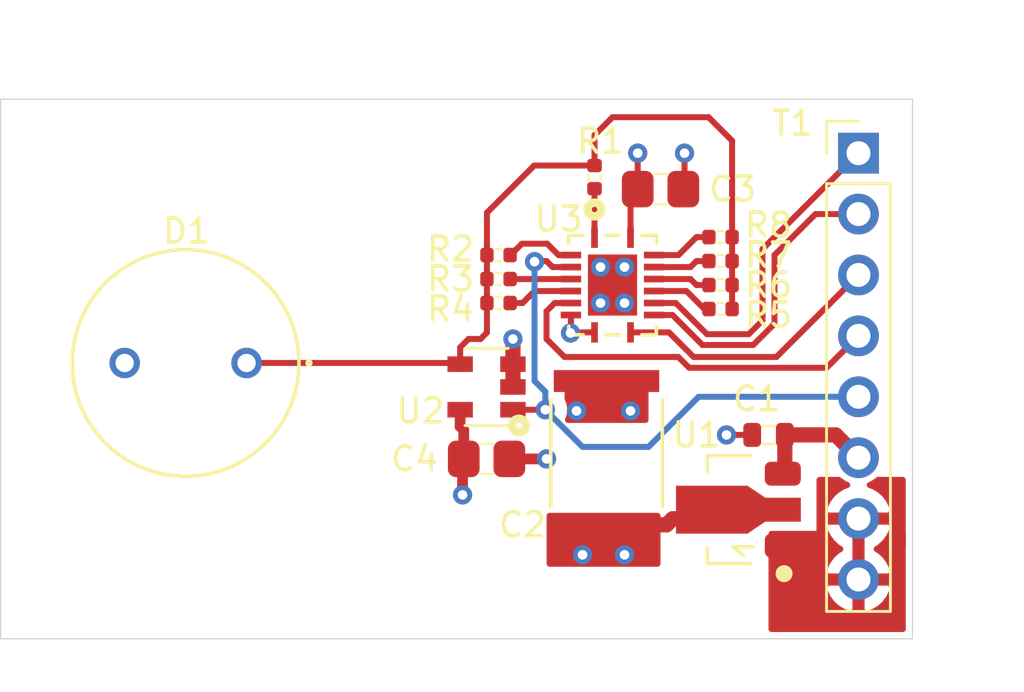
<source format=kicad_pcb>
(kicad_pcb (version 20240108) (generator "pcbnew") (generator_version "8.0")
  (layers (0 "F.Cu" signal) (1 "In1.Cu" signal) (2 "In2.Cu" signal) (31 "B.Cu" signal) (34 "B.Paste" user) (35 "F.Paste" user) (36 "B.SilkS" user "B.Silkscreen") (37 "F.SilkS" user "F.Silkscreen") (38 "B.Mask" user) (39 "F.Mask" user) (44 "Edge.Cuts" user))
  (net 0 "")
  (net 1 "GND")
  (net 2 "+5V")
  (net 3 "+3V3")
  (net 4 "/SENSOR")
  (net 5 "/10K")
  (net 6 "/17.4K")
  (net 7 "/22K")
  (net 8 "/100K")
  (net 9 "/220K")
  (net 10 "/470K")
  (net 11 "/1M")
  (net 12 "/10M")
  (net 13 "/MUX_A")
  (net 14 "/MUX_B")
  (net 15 "/MUX_C")
  (net 16 "/MUX_INH")
  (net 17 "/SENSOR_OUT")
  (footprint "AVR-KiCAD-Lib-Capacitors:C0603" (layer "F.Cu") (at 139.5 71.5 180)
    (property "Reference" "C1" (at 0.5 1.5 0) (layer "F.SilkS"))
    (property "Value" "CGA3E2X7R1H104K080AA" (hide yes))
    (fp_line (start -0.254 0.381) (end 0.254 0.381) (stroke (width 0.1)) (layer "F.SilkS"))
    (fp_line (start -0.254 -0.381) (end 0.254 -0.381) (stroke (width 0.1)) (layer "F.SilkS"))
    (pad "1" smd roundrect (at -0.68 0 180) (size 0.74 1) (layers "F.Cu" "F.Paste" "F.Mask") (net 2 "+5V"))
    (pad "2" smd roundrect (at 0.68 0 180) (size 0.74 1) (layers "F.Cu" "F.Paste" "F.Mask") (net 1 "GND"))
  )
  (footprint "AVR-KiCAD-Lib-Capacitors:ECW-U1104JC9" (layer "F.Cu") (at 132.75 72.25 90)
    (property "Reference" "C2" (at -3 -3.5 180) (layer "F.SilkS"))
    (property "Value" "ECW-U1104JC9")
    (fp_line (start 2.23245 -2.3241) (end -2.23245 -2.3241) (stroke (width 0.1524)) (layer "F.SilkS"))
    (fp_line (start -2.23245 2.3241) (end 2.23245 2.3241) (stroke (width 0.1524)) (layer "F.SilkS"))
    (pad "1" smd rect (at -2.9972 0 90) (size 0.9144 4.3942) (layers "F.Cu" "F.Paste" "F.Mask") (net 3 "+3V3"))
    (pad "2" smd rect (at 2.9972 0 90) (size 0.9144 4.3942) (layers "F.Cu" "F.Paste" "F.Mask") (net 1 "GND"))
  )
  (footprint "AVR-KiCAD-Lib-Diodes:BPW20RF" (layer "F.Cu") (at 117.75 68.5 90)
    (property "Reference" "D1" (at 5.5 -2.5 180) (layer "F.SilkS"))
    (property "Value" "BPW20RF" (hide yes))
    (fp_circle (center 0 -2.54) (end 4.7244 -2.54) (stroke (width 0.1524)) (fill none) (layer "F.SilkS"))
    (fp_circle (center 0 2.6) (end 0.0762 2.6) (stroke (width 0.1524)) (fill none) (layer "F.SilkS"))
    (pad "1" thru_hole circle (at 0 0 90) (size 1.27 1.27) (drill 0.762) (layers "*.Cu" "*.Mask") (net 4 "/SENSOR"))
    (pad "2" thru_hole circle (at 0 -5.08 90) (size 1.27 1.27) (drill 0.762) (layers "*.Cu" "*.Mask") (net 1 "GND"))
  )
  (footprint "AVR-KiCAD-Lib-Resistors:R0402" (layer "F.Cu") (at 132.25 60.75 90)
    (property "Reference" "R1" (at 1.5 0.25 180) (layer "F.SilkS"))
    (property "Value" "RC0402FR-0710KL")
    (fp_line (start -0.127 -0.254) (end 0.127 -0.254) (stroke (width 0.1)) (layer "F.SilkS"))
    (fp_line (start -0.127 0.254) (end 0.127 0.254) (stroke (width 0.1)) (layer "F.SilkS"))
    (pad "1" smd roundrect (at -0.483 0 90) (size 0.559 0.61) (layers "F.Cu" "F.Paste" "F.Mask") (net 5 "/10K"))
    (pad "2" smd roundrect (at 0.483 0 90) (size 0.559 0.61) (layers "F.Cu" "F.Paste" "F.Mask") (net 4 "/SENSOR"))
  )
  (footprint "AVR-KiCAD-Lib-Resistors:R0402" (layer "F.Cu") (at 128.25 64)
    (property "Reference" "R2" (at -2 -0.25 0) (layer "F.SilkS"))
    (property "Value" "RC0402FR-0717K4L")
    (fp_line (start -0.127 -0.254) (end 0.127 -0.254) (stroke (width 0.1)) (layer "F.SilkS"))
    (fp_line (start -0.127 0.254) (end 0.127 0.254) (stroke (width 0.1)) (layer "F.SilkS"))
    (pad "1" smd roundrect (at -0.483 0) (size 0.559 0.61) (layers "F.Cu" "F.Paste" "F.Mask") (net 4 "/SENSOR"))
    (pad "2" smd roundrect (at 0.483 0) (size 0.559 0.61) (layers "F.Cu" "F.Paste" "F.Mask") (net 6 "/17.4K"))
  )
  (footprint "AVR-KiCAD-Lib-Resistors:R0402" (layer "F.Cu") (at 128.25 65)
    (property "Reference" "R3" (at -2 0 0) (layer "F.SilkS"))
    (property "Value" "RT0402FRE0722KL")
    (fp_line (start -0.127 -0.254) (end 0.127 -0.254) (stroke (width 0.1)) (layer "F.SilkS"))
    (fp_line (start -0.127 0.254) (end 0.127 0.254) (stroke (width 0.1)) (layer "F.SilkS"))
    (pad "1" smd roundrect (at -0.483 0) (size 0.559 0.61) (layers "F.Cu" "F.Paste" "F.Mask") (net 4 "/SENSOR"))
    (pad "2" smd roundrect (at 0.483 0) (size 0.559 0.61) (layers "F.Cu" "F.Paste" "F.Mask") (net 7 "/22K"))
  )
  (footprint "AVR-KiCAD-Lib-Resistors:R0402" (layer "F.Cu") (at 128.25 66)
    (property "Reference" "R4" (at -2 0.25 0) (layer "F.SilkS"))
    (property "Value" "RC0402FR-07100KL")
    (fp_line (start -0.127 -0.254) (end 0.127 -0.254) (stroke (width 0.1)) (layer "F.SilkS"))
    (fp_line (start -0.127 0.254) (end 0.127 0.254) (stroke (width 0.1)) (layer "F.SilkS"))
    (pad "1" smd roundrect (at -0.483 0) (size 0.559 0.61) (layers "F.Cu" "F.Paste" "F.Mask") (net 4 "/SENSOR"))
    (pad "2" smd roundrect (at 0.483 0) (size 0.559 0.61) (layers "F.Cu" "F.Paste" "F.Mask") (net 8 "/100K"))
  )
  (footprint "AVR-KiCAD-Lib-Resistors:R0402" (layer "F.Cu") (at 137.5 66.25 180)
    (property "Reference" "R5" (at -2 -0.25 0) (layer "F.SilkS"))
    (property "Value" "AC0402FR-07220KL")
    (fp_line (start -0.127 0.254) (end 0.127 0.254) (stroke (width 0.1)) (layer "F.SilkS"))
    (fp_line (start -0.127 -0.254) (end 0.127 -0.254) (stroke (width 0.1)) (layer "F.SilkS"))
    (pad "1" smd roundrect (at -0.483 0 180) (size 0.559 0.61) (layers "F.Cu" "F.Paste" "F.Mask") (net 4 "/SENSOR"))
    (pad "2" smd roundrect (at 0.483 0 180) (size 0.559 0.61) (layers "F.Cu" "F.Paste" "F.Mask") (net 9 "/220K"))
  )
  (footprint "AVR-KiCAD-Lib-Resistors:R0402" (layer "F.Cu") (at 137.5 65.25 180)
    (property "Reference" "R6" (at -2 0 0) (layer "F.SilkS"))
    (property "Value" "AC0402FR-07470KL")
    (fp_line (start -0.127 0.254) (end 0.127 0.254) (stroke (width 0.1)) (layer "F.SilkS"))
    (fp_line (start -0.127 -0.254) (end 0.127 -0.254) (stroke (width 0.1)) (layer "F.SilkS"))
    (pad "1" smd roundrect (at -0.483 0 180) (size 0.559 0.61) (layers "F.Cu" "F.Paste" "F.Mask") (net 4 "/SENSOR"))
    (pad "2" smd roundrect (at 0.483 0 180) (size 0.559 0.61) (layers "F.Cu" "F.Paste" "F.Mask") (net 10 "/470K"))
  )
  (footprint "AVR-KiCAD-Lib-Resistors:R0402" (layer "F.Cu") (at 137.5 64.25 180)
    (property "Reference" "R7" (at -2 0.25 0) (layer "F.SilkS"))
    (property "Value" "RC0402FR-071ML")
    (fp_line (start -0.127 0.254) (end 0.127 0.254) (stroke (width 0.1)) (layer "F.SilkS"))
    (fp_line (start -0.127 -0.254) (end 0.127 -0.254) (stroke (width 0.1)) (layer "F.SilkS"))
    (pad "1" smd roundrect (at -0.483 0 180) (size 0.559 0.61) (layers "F.Cu" "F.Paste" "F.Mask") (net 4 "/SENSOR"))
    (pad "2" smd roundrect (at 0.483 0 180) (size 0.559 0.61) (layers "F.Cu" "F.Paste" "F.Mask") (net 11 "/1M"))
  )
  (footprint "AVR-KiCAD-Lib-Resistors:R0402" (layer "F.Cu") (at 137.5 63.25)
    (property "Reference" "R8" (at 2 -0.5 0) (layer "F.SilkS"))
    (property "Value" "RC0402FR-0710ML")
    (fp_line (start -0.127 -0.254) (end 0.127 -0.254) (stroke (width 0.1)) (layer "F.SilkS"))
    (fp_line (start -0.127 0.254) (end 0.127 0.254) (stroke (width 0.1)) (layer "F.SilkS"))
    (pad "1" smd roundrect (at -0.483 0) (size 0.559 0.61) (layers "F.Cu" "F.Paste" "F.Mask") (net 12 "/10M"))
    (pad "2" smd roundrect (at 0.483 0) (size 0.559 0.61) (layers "F.Cu" "F.Paste" "F.Mask") (net 4 "/SENSOR"))
  )
  (footprint "AVR-KiCAD-Lib-Connectors:Female_Header_Straight_1x08_Pitch2.54mm" (layer "F.Cu") (at 143.25 59.75)
    (property "Reference" "T1" (at -2.75 -1.25 0) (layer "F.SilkS"))
    (property "Value" "PPTC081LFBN-RC")
    (fp_line (start -1.33 -1.33) (end 0 -1.33) (stroke (width 0.12)) (layer "F.SilkS"))
    (fp_line (start -1.33 0) (end -1.33 -1.33) (stroke (width 0.12)) (layer "F.SilkS"))
    (fp_line (start -1.33 1.27) (end -1.33 19.11) (stroke (width 0.12)) (layer "F.SilkS"))
    (fp_line (start -1.33 1.27) (end 1.33 1.27) (stroke (width 0.12)) (layer "F.SilkS"))
    (fp_line (start -1.33 19.11) (end 1.33 19.11) (stroke (width 0.12)) (layer "F.SilkS"))
    (fp_line (start 1.33 1.27) (end 1.33 19.11) (stroke (width 0.12)) (layer "F.SilkS"))
    (pad "1" thru_hole rect (at 0 0) (size 1.7 1.7) (drill 1) (layers "*.Cu" "*.Mask") (net 13 "/MUX_A"))
    (pad "2" thru_hole oval (at 0 2.54) (size 1.7 1.7) (drill 1) (layers "*.Cu" "*.Mask") (net 14 "/MUX_B"))
    (pad "3" thru_hole oval (at 0 5.08) (size 1.7 1.7) (drill 1) (layers "*.Cu" "*.Mask") (net 15 "/MUX_C"))
    (pad "4" thru_hole oval (at 0 7.62) (size 1.7 1.7) (drill 1) (layers "*.Cu" "*.Mask") (net 16 "/MUX_INH"))
    (pad "5" thru_hole oval (at 0 10.16) (size 1.7 1.7) (drill 1) (layers "*.Cu" "*.Mask") (net 17 "/SENSOR_OUT"))
    (pad "6" thru_hole oval (at 0 12.7) (size 1.7 1.7) (drill 1) (layers "*.Cu" "*.Mask") (net 2 "+5V"))
    (pad "7" thru_hole oval (at 0 15.24) (size 1.7 1.7) (drill 1) (layers "*.Cu" "*.Mask") (net 1 "GND"))
    (pad "8" thru_hole oval (at 0 17.78) (size 1.7 1.7) (drill 1) (layers "*.Cu" "*.Mask") (net 1 "GND"))
  )
  (footprint "AVR-KiCAD-Lib-ICs:SOT_89" (layer "F.Cu") (at 138.244689 74.618395 90)
    (property "Reference" "U1" (at 3.118395 -1.744689 180) (layer "F.SilkS"))
    (property "Value" "AZ1117CR-3.3TRG1")
    (fp_line (start 2.25044 -1.30048) (end 1.6002 -1.30048) (stroke (width 0.15)) (layer "F.SilkS"))
    (fp_line (start 2.25044 -1.30048) (end 2.25044 0.50038) (stroke (width 0.15)) (layer "F.SilkS"))
    (fp_line (start -2.25044 -1.30048) (end -1.6002 -1.30048) (stroke (width 0.15)) (layer "F.SilkS"))
    (fp_line (start -2.25044 -1.30048) (end -2.25044 0.50038) (stroke (width 0.15)) (layer "F.SilkS"))
    (fp_line (start -1.5494 -0.24892) (end -1.5494 0.59944) (stroke (width 0.15)) (layer "F.SilkS"))
    (fp_line (start -1.651 -0.09906) (end -1.5494 -0.24892) (stroke (width 0.15)) (layer "F.SilkS"))
    (fp_line (start -1.89992 0.20066) (end -1.651 -0.09906) (stroke (width 0.15)) (layer "F.SilkS"))
    (fp_circle (center -2.667 1.905) (end -2.54 2.032) (stroke (width 0.35)) (fill none) (layer "F.SilkS"))
    (pad "1" smd roundrect (at -1.50114 1.85166 90) (size 1.00076 1.50114) (layers "F.Cu" "F.Paste" "F.Mask") (net 1 "GND"))
    (pad "2" smd rect (at 0 -1.09982 90) (size 1.99898 2.99974) (layers "F.Cu" "F.Paste" "F.Mask") (net 3 "+3V3"))
    (pad "2" smd trapezoid (at 0 0.7493 270) (size 1.50114 0.7493) (rect_delta 0 0.50038) (layers "F.Cu" "F.Paste" "F.Mask") (net 3 "+3V3"))
    (pad "2" smd rect (at 0 1.85166 90) (size 1.00076 1.50114) (layers "F.Cu" "F.Paste" "F.Mask") (net 3 "+3V3"))
    (pad "3" smd roundrect (at 1.50114 1.85166 90) (size 1.00076 1.50114) (layers "F.Cu" "F.Paste" "F.Mask") (net 2 "+5V"))
  )
  (footprint "AVR-KiCAD-Lib-ICs:SOT-23-5" (layer "F.Cu") (at 127.75 69.5 180)
    (property "Reference" "U2" (at 2.75 -1 0) (layer "F.SilkS"))
    (property "Value" "OPA388IDBVT")
    (fp_line (start 0.9 -1.61) (end -0.95 -1.61) (stroke (width 0.12)) (layer "F.SilkS"))
    (fp_line (start -0.9 1.61) (end 0.9 1.61) (stroke (width 0.12)) (layer "F.SilkS"))
    (fp_circle (center -1.35 -1.611803) (end -1.238197 -1.611803) (stroke (width 0.35)) (fill none) (layer "F.SilkS"))
    (pad "1" smd rect (at -1.1 -0.95 180) (size 1.06 0.65) (layers "F.Cu" "F.Paste" "F.Mask") (net 17 "/SENSOR_OUT"))
    (pad "2" smd rect (at -1.1 0 180) (size 1.06 0.65) (layers "F.Cu" "F.Paste" "F.Mask") (net 1 "GND"))
    (pad "3" smd rect (at -1.1 0.95 180) (size 1.06 0.65) (layers "F.Cu" "F.Paste" "F.Mask") (net 1 "GND"))
    (pad "4" smd rect (at 1.1 0.95 180) (size 1.06 0.65) (layers "F.Cu" "F.Paste" "F.Mask") (net 4 "/SENSOR"))
    (pad "5" smd rect (at 1.1 -0.95 180) (size 1.06 0.65) (layers "F.Cu" "F.Paste" "F.Mask") (net 3 "+3V3"))
  )
  (footprint "AVR-KiCAD-Lib-ICs:SN74LV4051ARGYR" (layer "F.Cu") (at 133 65.25)
    (property "Reference" "U3" (at -2.25 -2.75 0) (layer "F.SilkS"))
    (property "Value" "SN74LV4051ARGYR" (hide yes))
    (fp_line (start -1.825 -2.075) (end -1.825 -1.722694) (stroke (width 0.1524)) (layer "F.SilkS"))
    (fp_line (start -1.825 1.722694) (end -1.825 2.075) (stroke (width 0.1524)) (layer "F.SilkS"))
    (fp_line (start -1.825 2.075) (end -1.222695 2.075) (stroke (width 0.1524)) (layer "F.SilkS"))
    (fp_line (start -1.222695 -2.075) (end -1.825 -2.075) (stroke (width 0.1524)) (layer "F.SilkS"))
    (fp_line (start -0.277307 2.075) (end 0.277307 2.075) (stroke (width 0.1524)) (layer "F.SilkS"))
    (fp_line (start 0.277307 -2.075) (end -0.277307 -2.075) (stroke (width 0.1524)) (layer "F.SilkS"))
    (fp_line (start 1.222695 2.075) (end 1.825 2.075) (stroke (width 0.1524)) (layer "F.SilkS"))
    (fp_line (start 1.825 -2.075) (end 1.222695 -2.075) (stroke (width 0.1524)) (layer "F.SilkS"))
    (fp_line (start 1.825 -1.722694) (end 1.825 -2.075) (stroke (width 0.1524)) (layer "F.SilkS"))
    (fp_line (start 1.825 2.075) (end 1.825 1.722694) (stroke (width 0.1524)) (layer "F.SilkS"))
    (fp_circle (center -0.75 -3.15) (end -0.638197 -3.15) (stroke (width 0.35)) (fill none) (layer "F.SilkS"))
    (pad "1" smd rect (at -0.750001 -1.975) (size 0.28 0.85) (layers "F.Cu" "F.Paste" "F.Mask") (net 5 "/10K"))
    (pad "2" smd rect (at -1.732999 -1.25 90) (size 0.28 0.85) (layers "F.Cu" "F.Paste" "F.Mask") (net 6 "/17.4K"))
    (pad "3" smd rect (at -1.732999 -0.750001 90) (size 0.28 0.85) (layers "F.Cu" "F.Paste" "F.Mask") (net 17 "/SENSOR_OUT"))
    (pad "4" smd rect (at -1.732999 -0.25 90) (size 0.28 0.85) (layers "F.Cu" "F.Paste" "F.Mask") (net 7 "/22K"))
    (pad "5" smd rect (at -1.732999 0.25 90) (size 0.28 0.85) (layers "F.Cu" "F.Paste" "F.Mask") (net 8 "/100K"))
    (pad "6" smd rect (at -1.732999 0.750001 90) (size 0.28 0.85) (layers "F.Cu" "F.Paste" "F.Mask") (net 16 "/MUX_INH"))
    (pad "7" smd rect (at -1.732999 1.25 90) (size 0.28 0.85) (layers "F.Cu" "F.Paste" "F.Mask") (net 1 "GND"))
    (pad "8" smd rect (at -0.750001 1.975) (size 0.28 0.85) (layers "F.Cu" "F.Paste" "F.Mask") (net 1 "GND"))
    (pad "9" smd rect (at 0.750001 1.975) (size 0.28 0.85) (layers "F.Cu" "F.Paste" "F.Mask") (net 15 "/MUX_C"))
    (pad "10" smd rect (at 1.732999 1.25 90) (size 0.28 0.85) (layers "F.Cu" "F.Paste" "F.Mask") (net 14 "/MUX_B"))
    (pad "11" smd rect (at 1.732999 0.750001 90) (size 0.28 0.85) (layers "F.Cu" "F.Paste" "F.Mask") (net 13 "/MUX_A"))
    (pad "12" smd rect (at 1.732999 0.25 90) (size 0.28 0.85) (layers "F.Cu" "F.Paste" "F.Mask") (net 9 "/220K"))
    (pad "13" smd rect (at 1.732999 -0.25 90) (size 0.28 0.85) (layers "F.Cu" "F.Paste" "F.Mask") (net 10 "/470K"))
    (pad "14" smd rect (at 1.732999 -0.750001 90) (size 0.28 0.85) (layers "F.Cu" "F.Paste" "F.Mask") (net 11 "/1M"))
    (pad "15" smd rect (at 1.732999 -1.25 90) (size 0.28 0.85) (layers "F.Cu" "F.Paste" "F.Mask") (net 12 "/10M"))
    (pad "16" smd rect (at 0.750001 -1.975) (size 0.28 0.85) (layers "F.Cu" "F.Paste" "F.Mask") (net 3 "+3V3"))
    (pad "17" smd rect (at 0 0) (size 2.05 2.55) (layers "F.Cu" "F.Paste" "F.Mask") (net 1 "GND"))
  )
  (footprint "AVR-KiCAD-Lib-Capacitors:C0805" (layer "F.Cu") (at 135 61.25)
    (property "Reference" "C3" (at 3 0 0) (layer "F.SilkS"))
    (property "Value" "C0805C104M5RACTU" (hide yes))
    (fp_line (start -0.254 -0.635) (end 0.254 -0.635) (stroke (width 0.1)) (layer "F.SilkS"))
    (fp_line (start -0.254 0.635) (end 0.254 0.635) (stroke (width 0.1)) (layer "F.SilkS"))
    (pad "1" smd roundrect (at -0.95 0) (size 1.321 1.524) (layers "F.Cu" "F.Paste" "F.Mask") (net 3 "+3V3"))
    (pad "2" smd roundrect (at 0.95 0) (size 1.321 1.524) (layers "F.Cu" "F.Paste" "F.Mask") (net 1 "GND"))
  )
  (footprint "AVR-KiCAD-Lib-Capacitors:C0805" (layer "F.Cu") (at 127.75 72.5)
    (property "Reference" "C4" (at -3 0 0) (layer "F.SilkS"))
    (property "Value" "C0805C104M5RACTU" (hide yes))
    (fp_line (start -0.254 -0.635) (end 0.254 -0.635) (stroke (width 0.1)) (layer "F.SilkS"))
    (fp_line (start -0.254 0.635) (end 0.254 0.635) (stroke (width 0.1)) (layer "F.SilkS"))
    (pad "1" smd roundrect (at -0.95 0) (size 1.321 1.524) (layers "F.Cu" "F.Paste" "F.Mask") (net 3 "+3V3"))
    (pad "2" smd roundrect (at 0.95 0) (size 1.321 1.524) (layers "F.Cu" "F.Paste" "F.Mask") (net 1 "GND"))
  )
  (gr_line (start 145.5 80) (end 145.5 57.5) (stroke (width 0.05)) (layer "Edge.Cuts"))
  (gr_line (start 107.5 57.5) (end 107.5 80) (stroke (width 0.05)) (layer "Edge.Cuts"))
  (gr_line (start 145.5 57.5) (end 107.5 57.5) (stroke (width 0.05)) (layer "Edge.Cuts"))
  (gr_line (start 107.5 80) (end 145.5 80) (stroke (width 0.05)) (layer "Edge.Cuts"))
  (segment (start 137.75 71.5) (end 138.82 71.5) (width 0.25) (layer "F.Cu") (net 1))
  (segment (start 128.7 72.5) (end 130.25 72.5) (width 0.45) (layer "F.Cu") (net 1))
  (segment (start 136 61.2) (end 135.95 61.25) (width 0.25) (layer "F.Cu") (net 1))
  (segment (start 136 59.75) (end 136 61.2) (width 0.25) (layer "F.Cu") (net 1))
  (segment (start 131.267001 67.232999) (end 131.25 67.25) (width 0.25) (layer "F.Cu") (net 1))
  (segment (start 131.267001 66.5) (end 131.267001 67.232999) (width 0.25) (layer "F.Cu") (net 1))
  (segment (start 131.275 67.225) (end 131.25 67.25) (width 0.25) (layer "F.Cu") (net 1))
  (segment (start 128.85 69.5) (end 128.85 67.5) (width 0.635) (layer "F.Cu") (net 1))
  (segment (start 132.249999 67.225) (end 131.275 67.225) (width 0.25) (layer "F.Cu") (net 1))
  (via (at 133.5 64.5) (size 0.8) (drill 0.4) (layers "F.Cu" "B.Cu") (net 1))
  (via (at 132.5 66) (size 0.8) (drill 0.4) (layers "F.Cu" "B.Cu") (net 1))
  (via (at 137.75 71.5) (size 0.8) (drill 0.4) (layers "F.Cu" "B.Cu") (net 1))
  (via (at 128.85 67.5) (size 0.8) (drill 0.4) (layers "F.Cu" "B.Cu") (net 1))
  (via (at 133.75 70.5) (size 0.8) (drill 0.4) (layers "F.Cu" "B.Cu") (net 1))
  (via (at 131.5 70.5) (size 0.8) (drill 0.4) (layers "F.Cu" "B.Cu") (net 1))
  (via (at 131.25 67.25) (size 0.8) (drill 0.4) (layers "F.Cu" "B.Cu") (net 1))
  (via (at 130.25 72.5) (size 0.8) (drill 0.4) (layers "F.Cu" "B.Cu") (net 1))
  (via (at 133.5 66) (size 0.8) (drill 0.4) (layers "F.Cu" "B.Cu") (net 1))
  (via (at 132.5 64.5) (size 0.8) (drill 0.4) (layers "F.Cu" "B.Cu") (net 1))
  (via (at 136 59.75) (size 0.8) (drill 0.4) (layers "F.Cu" "B.Cu") (net 1))
  (segment (start 143.25 72.45) (end 142.3 71.5) (width 0.635) (layer "F.Cu") (net 2))
  (segment (start 142.3 71.5) (end 140.18 71.5) (width 0.635) (layer "F.Cu") (net 2))
  (segment (start 140.18 73.033604) (end 140.096349 73.117255) (width 0.25) (layer "F.Cu") (net 2))
  (segment (start 140.18 71.5) (end 140.18 73.033604) (width 0.635) (layer "F.Cu") (net 2))
  (segment (start 134.05 61.25) (end 134.05 61.25) (width 0.25) (layer "F.Cu") (net 3))
  (segment (start 126.8 72.5) (end 126.8 71.3) (width 0.45) (layer "F.Cu") (net 3))
  (segment (start 133 75.25) (end 135.25 75.25) (width 0.635) (layer "F.Cu") (net 3))
  (segment (start 133.750001 61.549999) (end 134.05 61.25) (width 0.25) (layer "F.Cu") (net 3))
  (segment (start 132.75 75.2472) (end 132.7528 75.25) (width 0.635) (layer "F.Cu") (net 3))
  (segment (start 134.05 59.75) (end 134.05 61.25) (width 0.25) (layer "F.Cu") (net 3))
  (segment (start 133.750001 63.275) (end 133.750001 61.549999) (width 0.25) (layer "F.Cu") (net 3))
  (segment (start 126.75 74) (end 126.75 72.55) (width 0.45) (layer "F.Cu") (net 3))
  (segment (start 135.5028 74.9972) (end 136.766064 74.9972) (width 0.635) (layer "F.Cu") (net 3))
  (segment (start 126.65 71.15) (end 126.65 70.45) (width 0.45) (layer "F.Cu") (net 3))
  (segment (start 126.8 71.3) (end 126.65 71.15) (width 0.45) (layer "F.Cu") (net 3))
  (segment (start 136.766064 74.9972) (end 137.144869 74.618395) (width 0.25) (layer "F.Cu") (net 3))
  (segment (start 126.8 72.5) (end 126.8 72.5) (width 0.25) (layer "F.Cu") (net 3))
  (segment (start 132.7528 75.25) (end 133 75.25) (width 0.635) (layer "F.Cu") (net 3))
  (segment (start 126.75 72.55) (end 126.8 72.5) (width 0.25) (layer "F.Cu") (net 3))
  (segment (start 140.096349 74.618395) (end 137.144869 74.618395) (width 0.25) (layer "F.Cu") (net 3))
  (segment (start 135.25 75.25) (end 135.5028 74.9972) (width 0.635) (layer "F.Cu") (net 3))
  (via (at 133.5 76.5) (size 0.8) (drill 0.4) (layers "F.Cu" "B.Cu") (net 3))
  (via (at 126.75 74) (size 0.8) (drill 0.4) (layers "F.Cu" "B.Cu") (net 3))
  (via (at 131.75 76.5) (size 0.8) (drill 0.4) (layers "F.Cu" "B.Cu") (net 3))
  (via (at 134.05 59.75) (size 0.8) (drill 0.4) (layers "F.Cu" "B.Cu") (net 3))
  (segment (start 137.983 64.25) (end 137.983 63.25) (width 0.25) (layer "F.Cu") (net 4))
  (segment (start 127.767 62.233) (end 129.733 60.267) (width 0.25) (layer "F.Cu") (net 4))
  (segment (start 132.25 59) (end 133 58.25) (width 0.25) (layer "F.Cu") (net 4))
  (segment (start 127.5 67.5) (end 127.767 67.233) (width 0.25) (layer "F.Cu") (net 4))
  (segment (start 137 58.25) (end 137.983 59.233) (width 0.25) (layer "F.Cu") (net 4))
  (segment (start 126.65 67.85) (end 127 67.5) (width 0.25) (layer "F.Cu") (net 4))
  (segment (start 126.65 68.55) (end 126.65 67.85) (width 0.25) (layer "F.Cu") (net 4))
  (segment (start 117.75 68.5) (end 126.6 68.5) (width 0.25) (layer "F.Cu") (net 4))
  (segment (start 137.983 59.233) (end 137.983 63.25) (width 0.25) (layer "F.Cu") (net 4))
  (segment (start 127 67.5) (end 127.5 67.5) (width 0.25) (layer "F.Cu") (net 4))
  (segment (start 133 58.25) (end 137 58.25) (width 0.25) (layer "F.Cu") (net 4))
  (segment (start 126.6 68.5) (end 126.65 68.55) (width 0.25) (layer "F.Cu") (net 4))
  (segment (start 127.767 67.233) (end 127.767 62.233) (width 0.25) (layer "F.Cu") (net 4))
  (segment (start 132.25 60.267) (end 132.25 59) (width 0.25) (layer "F.Cu") (net 4))
  (segment (start 137.983 66.25) (end 137.983 64.25) (width 0.25) (layer "F.Cu") (net 4))
  (segment (start 129.733 60.267) (end 132.25 60.267) (width 0.25) (layer "F.Cu") (net 4))
  (segment (start 132.25 61.233) (end 132.25 63.274999) (width 0.25) (layer "F.Cu") (net 5))
  (segment (start 132.25 63.274999) (end 132.249999 63.275) (width 0.25) (layer "F.Cu") (net 5))
  (segment (start 130.75 64) (end 130.274998 63.524998) (width 0.25) (layer "F.Cu") (net 6))
  (segment (start 128.75 64) (end 128.733 64) (width 0.25) (layer "F.Cu") (net 6))
  (segment (start 129.225002 63.524998) (end 128.75 64) (width 0.25) (layer "F.Cu") (net 6))
  (segment (start 131.267001 64) (end 130.75 64) (width 0.25) (layer "F.Cu") (net 6))
  (segment (start 130.274998 63.524998) (end 129.225002 63.524998) (width 0.25) (layer "F.Cu") (net 6))
  (segment (start 131.267001 65) (end 128.733 65) (width 0.25) (layer "F.Cu") (net 7))
  (segment (start 128.733 65) (end 128.983 65) (width 0.25) (layer "F.Cu") (net 7))
  (segment (start 129.75 65.5) (end 131.267001 65.5) (width 0.25) (layer "F.Cu") (net 8))
  (segment (start 128.983 66) (end 129.25 66) (width 0.25) (layer "F.Cu") (net 8))
  (segment (start 129.25 66) (end 129.75 65.5) (width 0.25) (layer "F.Cu") (net 8))
  (segment (start 134.732999 65.5) (end 136.078999 65.5) (width 0.25) (layer "F.Cu") (net 9))
  (segment (start 136.828999 66.25) (end 137.017 66.25) (width 0.25) (layer "F.Cu") (net 9))
  (segment (start 136.078999 65.5) (end 136.828999 66.25) (width 0.25) (layer "F.Cu") (net 9))
  (segment (start 134.732999 65) (end 136.25 65) (width 0.25) (layer "F.Cu") (net 10))
  (segment (start 136.5 65.25) (end 137.017 65.25) (width 0.25) (layer "F.Cu") (net 10))
  (segment (start 136.25 65) (end 136.5 65.25) (width 0.25) (layer "F.Cu") (net 10))
  (segment (start 136.5 64.25) (end 136.250001 64.499999) (width 0.25) (layer "F.Cu") (net 11))
  (segment (start 137.017 64.25) (end 136.5 64.25) (width 0.25) (layer "F.Cu") (net 11))
  (segment (start 136.250001 64.499999) (end 134.732999 64.499999) (width 0.25) (layer "F.Cu") (net 11))
  (segment (start 135.75 64) (end 134.732999 64) (width 0.25) (layer "F.Cu") (net 12))
  (segment (start 136.5 63.25) (end 135.75 64) (width 0.25) (layer "F.Cu") (net 12))
  (segment (start 137.017 63.25) (end 136.5 63.25) (width 0.25) (layer "F.Cu") (net 12))
  (segment (start 139.25 66.72718) (end 139.25 63.75) (width 0.25) (layer "F.Cu") (net 13))
  (segment (start 138.677191 67.299989) (end 139.25 66.72718) (width 0.25) (layer "F.Cu") (net 13))
  (segment (start 134.732999 66.000001) (end 135.636411 66.000001) (width 0.25) (layer "F.Cu") (net 13))
  (segment (start 136.936399 67.299989) (end 138.677191 67.299989) (width 0.25) (layer "F.Cu") (net 13))
  (segment (start 139.25 63.75) (end 143.25 59.75) (width 0.25) (layer "F.Cu") (net 13))
  (segment (start 135.636411 66.000001) (end 136.936399 67.299989) (width 0.25) (layer "F.Cu") (net 13))
  (segment (start 139.75 64) (end 141.46 62.29) (width 0.25) (layer "F.Cu") (net 14))
  (segment (start 138.86359 67.75) (end 139.75 66.86359) (width 0.25) (layer "F.Cu") (net 14))
  (segment (start 135.5 66.5) (end 136.75 67.75) (width 0.25) (layer "F.Cu") (net 14))
  (segment (start 141.46 62.29) (end 143.25 62.29) (width 0.25) (layer "F.Cu") (net 14))
  (segment (start 136.75 67.75) (end 138.86359 67.75) (width 0.25) (layer "F.Cu") (net 14))
  (segment (start 134.732999 66.5) (end 135.5 66.5) (width 0.25) (layer "F.Cu") (net 14))
  (segment (start 139.75 66.86359) (end 139.75 64) (width 0.25) (layer "F.Cu") (net 14))
  (segment (start 136.379661 68.25) (end 139.83 68.25) (width 0.25) (layer "F.Cu") (net 15))
  (segment (start 133.750001 67.225) (end 135.354661 67.225) (width 0.25) (layer "F.Cu") (net 15))
  (segment (start 139.83 68.25) (end 143.25 64.83) (width 0.25) (layer "F.Cu") (net 15))
  (segment (start 135.354661 67.225) (end 136.379661 68.25) (width 0.25) (layer "F.Cu") (net 15))
  (segment (start 131 68.25) (end 135.743251 68.25) (width 0.25) (layer "F.Cu") (net 16))
  (segment (start 135.743251 68.25) (end 136.193261 68.700011) (width 0.25) (layer "F.Cu") (net 16))
  (segment (start 131.267001 66.000001) (end 130.592001 66.000001) (width 0.25) (layer "F.Cu") (net 16))
  (segment (start 136.193261 68.700011) (end 141.919989 68.700011) (width 0.25) (layer "F.Cu") (net 16))
  (segment (start 141.919989 68.700011) (end 143.25 67.37) (width 0.25) (layer "F.Cu") (net 16))
  (segment (start 130.592001 66.000001) (end 130.25 66.342002) (width 0.25) (layer "F.Cu") (net 16))
  (segment (start 130.25 67.5) (end 131 68.25) (width 0.25) (layer "F.Cu") (net 16))
  (segment (start 130.25 66.342002) (end 130.25 67.5) (width 0.25) (layer "F.Cu") (net 16))
  (segment (start 130.2 70.45) (end 130.2 70.45) (width 0.25) (layer "F.Cu") (net 17))
  (segment (start 131.267001 64.499999) (end 130.499999 64.499999) (width 0.25) (layer "F.Cu") (net 17))
  (segment (start 130.499999 64.499999) (end 130.25 64.25) (width 0.25) (layer "F.Cu") (net 17))
  (segment (start 129.774984 64.25) (end 129.749994 64.27499) (width 0.25) (layer "F.Cu") (net 17))
  (segment (start 130.25 64.25) (end 129.774984 64.25) (width 0.25) (layer "F.Cu") (net 17))
  (segment (start 128.85 70.45) (end 130.2 70.45) (width 0.25) (layer "F.Cu") (net 17))
  (via (at 129.749994 64.27499) (size 0.8) (drill 0.4) (layers "F.Cu" "B.Cu") (net 17))
  (via (at 130.2 70.45) (size 0.8) (drill 0.4) (layers "F.Cu" "B.Cu") (net 17))
  (segment (start 136.59 69.91) (end 134.5 72) (width 0.25) (layer "B.Cu") (net 17))
  (segment (start 130.2 70.45) (end 130.2 69.7) (width 0.25) (layer "B.Cu") (net 17))
  (segment (start 143.25 69.91) (end 136.59 69.91) (width 0.25) (layer "B.Cu") (net 17))
  (segment (start 130.2 69.7) (end 129.749994 69.249994) (width 0.25) (layer "B.Cu") (net 17))
  (segment (start 131.75 72) (end 130.2 70.45) (width 0.25) (layer "B.Cu") (net 17))
  (segment (start 129.749994 69.249994) (end 129.749994 64.27499) (width 0.25) (layer "B.Cu") (net 17))
  (segment (start 134.5 72) (end 131.75 72) (width 0.25) (layer "B.Cu") (net 17))
  (zone (net 1) (net_name "GND") (layer "F.Cu") (connect_pads thru_hole_only (clearance 0.254)) (min_thickness 0.254) (fill yes (thermal_gap 0.508) (thermal_bridge_width 0.508))
    (polygon (pts (xy 145.5 76.25) (xy 141.5 76.25) (xy 141.5 73.25) (xy 145.5 73.25)))
  )
  (zone (net 1) (net_name "GND") (layer "F.Cu") (connect_pads thru_hole_only (clearance 0.508)) (min_thickness 0.254) (fill yes (thermal_gap 0.508) (thermal_bridge_width 0.508))
    (polygon (pts (xy 134.5 71) (xy 131 71) (xy 131 68.75) (xy 134.5 68.75)))
  )
  (zone (net 3) (net_name "+3V3") (layer "F.Cu") (connect_pads thru_hole_only (clearance 0.254)) (min_thickness 0.254) (fill yes (thermal_gap 0.508) (thermal_bridge_width 0.508))
    (polygon (pts (xy 135 77) (xy 130.25 77) (xy 130.25 74.75) (xy 135 74.75)))
  )
  (zone (net 1) (net_name "GND") (layer "F.Cu") (connect_pads thru_hole_only (clearance 0.254)) (min_thickness 0.254) (fill yes (thermal_gap 0.508) (thermal_bridge_width 0.508))
    (polygon (pts (xy 145.5 80) (xy 139.5 80) (xy 139.5 75.5) (xy 145.5 75.5)))
  )
)
</source>
